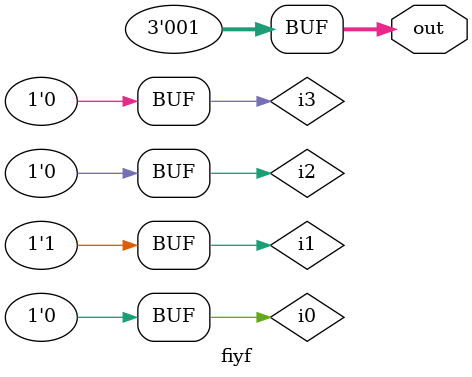
<source format=v>
module fiyf(

  output reg[2:0] out
);
reg i0,i1,i2,i3;
initial begin
i0=0;i1=1;i2=0;i3=0;
if(i3==1)
        out=3;
if(i2==1)
        out=2;
if(i1==1)
        out=1;
if(i0==1)
        out=0;
    

        
end
endmodule

</source>
